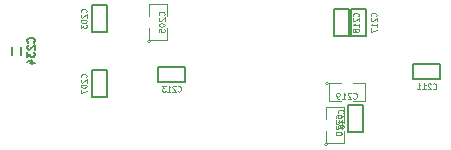
<source format=gbr>
%TF.GenerationSoftware,KiCad,Pcbnew,4.0.7*%
%TF.CreationDate,2018-05-19T04:47:08+02:00*%
%TF.ProjectId,adccore,616463636F72652E6B696361645F7063,rev?*%
%TF.FileFunction,Legend,Bot*%
%FSLAX46Y46*%
G04 Gerber Fmt 4.6, Leading zero omitted, Abs format (unit mm)*
G04 Created by KiCad (PCBNEW 4.0.7) date 05/19/18 04:47:08*
%MOMM*%
%LPD*%
G01*
G04 APERTURE LIST*
%ADD10C,0.100000*%
%ADD11C,0.127000*%
%ADD12C,0.099060*%
%ADD13C,0.150000*%
%ADD14C,0.114300*%
%ADD15C,0.109220*%
G04 APERTURE END LIST*
D10*
D11*
X109865000Y-91357000D02*
X109865000Y-93643000D01*
X109865000Y-93643000D02*
X111135000Y-93643000D01*
X111135000Y-93643000D02*
X111135000Y-91357000D01*
X111135000Y-91357000D02*
X109865000Y-91357000D01*
D12*
X114865000Y-94448500D02*
G75*
G03X114865000Y-94448500I-127000J0D01*
G01*
X114738000Y-93305500D02*
X114738000Y-94321500D01*
X114738000Y-94321500D02*
X116262000Y-94321500D01*
X116262000Y-94321500D02*
X116262000Y-93305500D01*
X116262000Y-92289500D02*
X116262000Y-91273500D01*
X116262000Y-91273500D02*
X114738000Y-91273500D01*
X114738000Y-91273500D02*
X114738000Y-92289500D01*
D11*
X109865000Y-96857000D02*
X109865000Y-99143000D01*
X109865000Y-99143000D02*
X111135000Y-99143000D01*
X111135000Y-99143000D02*
X111135000Y-96857000D01*
X111135000Y-96857000D02*
X109865000Y-96857000D01*
X137095000Y-97635000D02*
X139381000Y-97635000D01*
X139381000Y-97635000D02*
X139381000Y-96365000D01*
X139381000Y-96365000D02*
X137095000Y-96365000D01*
X137095000Y-96365000D02*
X137095000Y-97635000D01*
X115495000Y-97835000D02*
X117781000Y-97835000D01*
X117781000Y-97835000D02*
X117781000Y-96565000D01*
X117781000Y-96565000D02*
X115495000Y-96565000D01*
X115495000Y-96565000D02*
X115495000Y-97835000D01*
X131615000Y-99857000D02*
X131615000Y-102143000D01*
X131615000Y-102143000D02*
X132885000Y-102143000D01*
X132885000Y-102143000D02*
X132885000Y-99857000D01*
X132885000Y-99857000D02*
X131615000Y-99857000D01*
X133135000Y-93968876D02*
X133135000Y-91682876D01*
X133135000Y-91682876D02*
X131865000Y-91682876D01*
X131865000Y-91682876D02*
X131865000Y-93968876D01*
X131865000Y-93968876D02*
X133135000Y-93968876D01*
X131635000Y-93968876D02*
X131635000Y-91682876D01*
X131635000Y-91682876D02*
X130365000Y-91682876D01*
X130365000Y-91682876D02*
X130365000Y-93968876D01*
X130365000Y-93968876D02*
X131635000Y-93968876D01*
D12*
X129928500Y-97988000D02*
G75*
G03X129928500Y-97988000I-127000J0D01*
G01*
X130944500Y-97988000D02*
X129928500Y-97988000D01*
X129928500Y-97988000D02*
X129928500Y-99512000D01*
X129928500Y-99512000D02*
X130944500Y-99512000D01*
X131960500Y-99512000D02*
X132976500Y-99512000D01*
X132976500Y-99512000D02*
X132976500Y-97988000D01*
X132976500Y-97988000D02*
X131960500Y-97988000D01*
X129865000Y-103151000D02*
G75*
G03X129865000Y-103151000I-127000J0D01*
G01*
X129738000Y-102008000D02*
X129738000Y-103024000D01*
X129738000Y-103024000D02*
X131262000Y-103024000D01*
X131262000Y-103024000D02*
X131262000Y-102008000D01*
X131262000Y-100992000D02*
X131262000Y-99976000D01*
X131262000Y-99976000D02*
X129738000Y-99976000D01*
X129738000Y-99976000D02*
X129738000Y-100992000D01*
D13*
X103900000Y-95450000D02*
X103900000Y-95550000D01*
X103100000Y-95450000D02*
X103100000Y-95550000D01*
X103900000Y-94950000D02*
X103900000Y-95450000D01*
X103100000Y-94950000D02*
X103100000Y-95450000D01*
D14*
X109411429Y-91988371D02*
X109435619Y-91966600D01*
X109459810Y-91901286D01*
X109459810Y-91857743D01*
X109435619Y-91792428D01*
X109387238Y-91748886D01*
X109338857Y-91727114D01*
X109242095Y-91705343D01*
X109169524Y-91705343D01*
X109072762Y-91727114D01*
X109024381Y-91748886D01*
X108976000Y-91792428D01*
X108951810Y-91857743D01*
X108951810Y-91901286D01*
X108976000Y-91966600D01*
X109000190Y-91988371D01*
X109000190Y-92162543D02*
X108976000Y-92184314D01*
X108951810Y-92227857D01*
X108951810Y-92336714D01*
X108976000Y-92380257D01*
X109000190Y-92402028D01*
X109048571Y-92423800D01*
X109096952Y-92423800D01*
X109169524Y-92402028D01*
X109459810Y-92140771D01*
X109459810Y-92423800D01*
X108951810Y-92706829D02*
X108951810Y-92750372D01*
X108976000Y-92793915D01*
X109000190Y-92815686D01*
X109048571Y-92837457D01*
X109145333Y-92859229D01*
X109266286Y-92859229D01*
X109363048Y-92837457D01*
X109411429Y-92815686D01*
X109435619Y-92793915D01*
X109459810Y-92750372D01*
X109459810Y-92706829D01*
X109435619Y-92663286D01*
X109411429Y-92641515D01*
X109363048Y-92619743D01*
X109266286Y-92597972D01*
X109145333Y-92597972D01*
X109048571Y-92619743D01*
X109000190Y-92641515D01*
X108976000Y-92663286D01*
X108951810Y-92706829D01*
X108951810Y-93011629D02*
X108951810Y-93294658D01*
X109145333Y-93142258D01*
X109145333Y-93207572D01*
X109169524Y-93251115D01*
X109193714Y-93272886D01*
X109242095Y-93294658D01*
X109363048Y-93294658D01*
X109411429Y-93272886D01*
X109435619Y-93251115D01*
X109459810Y-93207572D01*
X109459810Y-93076944D01*
X109435619Y-93033401D01*
X109411429Y-93011629D01*
D15*
X115996207Y-92237552D02*
X116020035Y-92213724D01*
X116043862Y-92142241D01*
X116043862Y-92094586D01*
X116020035Y-92023103D01*
X115972380Y-91975448D01*
X115924724Y-91951620D01*
X115829414Y-91927792D01*
X115757931Y-91927792D01*
X115662620Y-91951620D01*
X115614965Y-91975448D01*
X115567310Y-92023103D01*
X115543482Y-92094586D01*
X115543482Y-92142241D01*
X115567310Y-92213724D01*
X115591138Y-92237552D01*
X115591138Y-92428172D02*
X115567310Y-92452000D01*
X115543482Y-92499655D01*
X115543482Y-92618793D01*
X115567310Y-92666449D01*
X115591138Y-92690276D01*
X115638793Y-92714104D01*
X115686448Y-92714104D01*
X115757931Y-92690276D01*
X116043862Y-92404345D01*
X116043862Y-92714104D01*
X115543482Y-93023863D02*
X115543482Y-93071518D01*
X115567310Y-93119173D01*
X115591138Y-93143001D01*
X115638793Y-93166828D01*
X115734103Y-93190656D01*
X115853241Y-93190656D01*
X115948552Y-93166828D01*
X115996207Y-93143001D01*
X116020035Y-93119173D01*
X116043862Y-93071518D01*
X116043862Y-93023863D01*
X116020035Y-92976207D01*
X115996207Y-92952380D01*
X115948552Y-92928552D01*
X115853241Y-92904724D01*
X115734103Y-92904724D01*
X115638793Y-92928552D01*
X115591138Y-92952380D01*
X115567310Y-92976207D01*
X115543482Y-93023863D01*
X115543482Y-93643380D02*
X115543482Y-93405104D01*
X115781759Y-93381276D01*
X115757931Y-93405104D01*
X115734103Y-93452759D01*
X115734103Y-93571897D01*
X115757931Y-93619553D01*
X115781759Y-93643380D01*
X115829414Y-93667208D01*
X115948552Y-93667208D01*
X115996207Y-93643380D01*
X116020035Y-93619553D01*
X116043862Y-93571897D01*
X116043862Y-93452759D01*
X116020035Y-93405104D01*
X115996207Y-93381276D01*
D14*
X109411429Y-97488371D02*
X109435619Y-97466600D01*
X109459810Y-97401286D01*
X109459810Y-97357743D01*
X109435619Y-97292428D01*
X109387238Y-97248886D01*
X109338857Y-97227114D01*
X109242095Y-97205343D01*
X109169524Y-97205343D01*
X109072762Y-97227114D01*
X109024381Y-97248886D01*
X108976000Y-97292428D01*
X108951810Y-97357743D01*
X108951810Y-97401286D01*
X108976000Y-97466600D01*
X109000190Y-97488371D01*
X109000190Y-97662543D02*
X108976000Y-97684314D01*
X108951810Y-97727857D01*
X108951810Y-97836714D01*
X108976000Y-97880257D01*
X109000190Y-97902028D01*
X109048571Y-97923800D01*
X109096952Y-97923800D01*
X109169524Y-97902028D01*
X109459810Y-97640771D01*
X109459810Y-97923800D01*
X108951810Y-98206829D02*
X108951810Y-98250372D01*
X108976000Y-98293915D01*
X109000190Y-98315686D01*
X109048571Y-98337457D01*
X109145333Y-98359229D01*
X109266286Y-98359229D01*
X109363048Y-98337457D01*
X109411429Y-98315686D01*
X109435619Y-98293915D01*
X109459810Y-98250372D01*
X109459810Y-98206829D01*
X109435619Y-98163286D01*
X109411429Y-98141515D01*
X109363048Y-98119743D01*
X109266286Y-98097972D01*
X109145333Y-98097972D01*
X109048571Y-98119743D01*
X109000190Y-98141515D01*
X108976000Y-98163286D01*
X108951810Y-98206829D01*
X108951810Y-98511629D02*
X108951810Y-98816429D01*
X109459810Y-98620486D01*
X138749629Y-98451429D02*
X138771400Y-98475619D01*
X138836714Y-98499810D01*
X138880257Y-98499810D01*
X138945572Y-98475619D01*
X138989114Y-98427238D01*
X139010886Y-98378857D01*
X139032657Y-98282095D01*
X139032657Y-98209524D01*
X139010886Y-98112762D01*
X138989114Y-98064381D01*
X138945572Y-98016000D01*
X138880257Y-97991810D01*
X138836714Y-97991810D01*
X138771400Y-98016000D01*
X138749629Y-98040190D01*
X138575457Y-98040190D02*
X138553686Y-98016000D01*
X138510143Y-97991810D01*
X138401286Y-97991810D01*
X138357743Y-98016000D01*
X138335972Y-98040190D01*
X138314200Y-98088571D01*
X138314200Y-98136952D01*
X138335972Y-98209524D01*
X138597229Y-98499810D01*
X138314200Y-98499810D01*
X137878771Y-98499810D02*
X138140028Y-98499810D01*
X138009400Y-98499810D02*
X138009400Y-97991810D01*
X138052943Y-98064381D01*
X138096485Y-98112762D01*
X138140028Y-98136952D01*
X137443342Y-98499810D02*
X137704599Y-98499810D01*
X137573971Y-98499810D02*
X137573971Y-97991810D01*
X137617514Y-98064381D01*
X137661056Y-98112762D01*
X137704599Y-98136952D01*
X117149629Y-98651429D02*
X117171400Y-98675619D01*
X117236714Y-98699810D01*
X117280257Y-98699810D01*
X117345572Y-98675619D01*
X117389114Y-98627238D01*
X117410886Y-98578857D01*
X117432657Y-98482095D01*
X117432657Y-98409524D01*
X117410886Y-98312762D01*
X117389114Y-98264381D01*
X117345572Y-98216000D01*
X117280257Y-98191810D01*
X117236714Y-98191810D01*
X117171400Y-98216000D01*
X117149629Y-98240190D01*
X116975457Y-98240190D02*
X116953686Y-98216000D01*
X116910143Y-98191810D01*
X116801286Y-98191810D01*
X116757743Y-98216000D01*
X116735972Y-98240190D01*
X116714200Y-98288571D01*
X116714200Y-98336952D01*
X116735972Y-98409524D01*
X116997229Y-98699810D01*
X116714200Y-98699810D01*
X116278771Y-98699810D02*
X116540028Y-98699810D01*
X116409400Y-98699810D02*
X116409400Y-98191810D01*
X116452943Y-98264381D01*
X116496485Y-98312762D01*
X116540028Y-98336952D01*
X116126371Y-98191810D02*
X115843342Y-98191810D01*
X115995742Y-98385333D01*
X115930428Y-98385333D01*
X115886885Y-98409524D01*
X115865114Y-98433714D01*
X115843342Y-98482095D01*
X115843342Y-98603048D01*
X115865114Y-98651429D01*
X115886885Y-98675619D01*
X115930428Y-98699810D01*
X116061056Y-98699810D01*
X116104599Y-98675619D01*
X116126371Y-98651429D01*
X131161429Y-100488371D02*
X131185619Y-100466600D01*
X131209810Y-100401286D01*
X131209810Y-100357743D01*
X131185619Y-100292428D01*
X131137238Y-100248886D01*
X131088857Y-100227114D01*
X130992095Y-100205343D01*
X130919524Y-100205343D01*
X130822762Y-100227114D01*
X130774381Y-100248886D01*
X130726000Y-100292428D01*
X130701810Y-100357743D01*
X130701810Y-100401286D01*
X130726000Y-100466600D01*
X130750190Y-100488371D01*
X130750190Y-100662543D02*
X130726000Y-100684314D01*
X130701810Y-100727857D01*
X130701810Y-100836714D01*
X130726000Y-100880257D01*
X130750190Y-100902028D01*
X130798571Y-100923800D01*
X130846952Y-100923800D01*
X130919524Y-100902028D01*
X131209810Y-100640771D01*
X131209810Y-100923800D01*
X131209810Y-101359229D02*
X131209810Y-101097972D01*
X131209810Y-101228600D02*
X130701810Y-101228600D01*
X130774381Y-101185057D01*
X130822762Y-101141515D01*
X130846952Y-101097972D01*
X130701810Y-101751115D02*
X130701810Y-101664029D01*
X130726000Y-101620486D01*
X130750190Y-101598715D01*
X130822762Y-101555172D01*
X130919524Y-101533401D01*
X131113048Y-101533401D01*
X131161429Y-101555172D01*
X131185619Y-101576944D01*
X131209810Y-101620486D01*
X131209810Y-101707572D01*
X131185619Y-101751115D01*
X131161429Y-101772886D01*
X131113048Y-101794658D01*
X130992095Y-101794658D01*
X130943714Y-101772886D01*
X130919524Y-101751115D01*
X130895333Y-101707572D01*
X130895333Y-101620486D01*
X130919524Y-101576944D01*
X130943714Y-101555172D01*
X130992095Y-101533401D01*
X133951429Y-92314247D02*
X133975619Y-92292476D01*
X133999810Y-92227162D01*
X133999810Y-92183619D01*
X133975619Y-92118304D01*
X133927238Y-92074762D01*
X133878857Y-92052990D01*
X133782095Y-92031219D01*
X133709524Y-92031219D01*
X133612762Y-92052990D01*
X133564381Y-92074762D01*
X133516000Y-92118304D01*
X133491810Y-92183619D01*
X133491810Y-92227162D01*
X133516000Y-92292476D01*
X133540190Y-92314247D01*
X133540190Y-92488419D02*
X133516000Y-92510190D01*
X133491810Y-92553733D01*
X133491810Y-92662590D01*
X133516000Y-92706133D01*
X133540190Y-92727904D01*
X133588571Y-92749676D01*
X133636952Y-92749676D01*
X133709524Y-92727904D01*
X133999810Y-92466647D01*
X133999810Y-92749676D01*
X133999810Y-93185105D02*
X133999810Y-92923848D01*
X133999810Y-93054476D02*
X133491810Y-93054476D01*
X133564381Y-93010933D01*
X133612762Y-92967391D01*
X133636952Y-92923848D01*
X133491810Y-93337505D02*
X133491810Y-93642305D01*
X133999810Y-93446362D01*
X132451429Y-92314247D02*
X132475619Y-92292476D01*
X132499810Y-92227162D01*
X132499810Y-92183619D01*
X132475619Y-92118304D01*
X132427238Y-92074762D01*
X132378857Y-92052990D01*
X132282095Y-92031219D01*
X132209524Y-92031219D01*
X132112762Y-92052990D01*
X132064381Y-92074762D01*
X132016000Y-92118304D01*
X131991810Y-92183619D01*
X131991810Y-92227162D01*
X132016000Y-92292476D01*
X132040190Y-92314247D01*
X132040190Y-92488419D02*
X132016000Y-92510190D01*
X131991810Y-92553733D01*
X131991810Y-92662590D01*
X132016000Y-92706133D01*
X132040190Y-92727904D01*
X132088571Y-92749676D01*
X132136952Y-92749676D01*
X132209524Y-92727904D01*
X132499810Y-92466647D01*
X132499810Y-92749676D01*
X132499810Y-93185105D02*
X132499810Y-92923848D01*
X132499810Y-93054476D02*
X131991810Y-93054476D01*
X132064381Y-93010933D01*
X132112762Y-92967391D01*
X132136952Y-92923848D01*
X132209524Y-93446362D02*
X132185333Y-93402820D01*
X132161143Y-93381048D01*
X132112762Y-93359277D01*
X132088571Y-93359277D01*
X132040190Y-93381048D01*
X132016000Y-93402820D01*
X131991810Y-93446362D01*
X131991810Y-93533448D01*
X132016000Y-93576991D01*
X132040190Y-93598762D01*
X132088571Y-93620534D01*
X132112762Y-93620534D01*
X132161143Y-93598762D01*
X132185333Y-93576991D01*
X132209524Y-93533448D01*
X132209524Y-93446362D01*
X132233714Y-93402820D01*
X132257905Y-93381048D01*
X132306286Y-93359277D01*
X132403048Y-93359277D01*
X132451429Y-93381048D01*
X132475619Y-93402820D01*
X132499810Y-93446362D01*
X132499810Y-93533448D01*
X132475619Y-93576991D01*
X132451429Y-93598762D01*
X132403048Y-93620534D01*
X132306286Y-93620534D01*
X132257905Y-93598762D01*
X132233714Y-93576991D01*
X132209524Y-93533448D01*
D15*
X132012448Y-99246207D02*
X132036276Y-99270035D01*
X132107759Y-99293862D01*
X132155414Y-99293862D01*
X132226897Y-99270035D01*
X132274552Y-99222380D01*
X132298380Y-99174724D01*
X132322208Y-99079414D01*
X132322208Y-99007931D01*
X132298380Y-98912620D01*
X132274552Y-98864965D01*
X132226897Y-98817310D01*
X132155414Y-98793482D01*
X132107759Y-98793482D01*
X132036276Y-98817310D01*
X132012448Y-98841138D01*
X131821828Y-98841138D02*
X131798000Y-98817310D01*
X131750345Y-98793482D01*
X131631207Y-98793482D01*
X131583551Y-98817310D01*
X131559724Y-98841138D01*
X131535896Y-98888793D01*
X131535896Y-98936448D01*
X131559724Y-99007931D01*
X131845655Y-99293862D01*
X131535896Y-99293862D01*
X131059344Y-99293862D02*
X131345276Y-99293862D01*
X131202310Y-99293862D02*
X131202310Y-98793482D01*
X131249965Y-98864965D01*
X131297620Y-98912620D01*
X131345276Y-98936448D01*
X130821068Y-99293862D02*
X130725758Y-99293862D01*
X130678103Y-99270035D01*
X130654275Y-99246207D01*
X130606620Y-99174724D01*
X130582792Y-99079414D01*
X130582792Y-98888793D01*
X130606620Y-98841138D01*
X130630447Y-98817310D01*
X130678103Y-98793482D01*
X130773413Y-98793482D01*
X130821068Y-98817310D01*
X130844896Y-98841138D01*
X130868724Y-98888793D01*
X130868724Y-99007931D01*
X130844896Y-99055586D01*
X130821068Y-99079414D01*
X130773413Y-99103241D01*
X130678103Y-99103241D01*
X130630447Y-99079414D01*
X130606620Y-99055586D01*
X130582792Y-99007931D01*
X130996207Y-100940052D02*
X131020035Y-100916224D01*
X131043862Y-100844741D01*
X131043862Y-100797086D01*
X131020035Y-100725603D01*
X130972380Y-100677948D01*
X130924724Y-100654120D01*
X130829414Y-100630292D01*
X130757931Y-100630292D01*
X130662620Y-100654120D01*
X130614965Y-100677948D01*
X130567310Y-100725603D01*
X130543482Y-100797086D01*
X130543482Y-100844741D01*
X130567310Y-100916224D01*
X130591138Y-100940052D01*
X130591138Y-101130672D02*
X130567310Y-101154500D01*
X130543482Y-101202155D01*
X130543482Y-101321293D01*
X130567310Y-101368949D01*
X130591138Y-101392776D01*
X130638793Y-101416604D01*
X130686448Y-101416604D01*
X130757931Y-101392776D01*
X131043862Y-101106845D01*
X131043862Y-101416604D01*
X130591138Y-101607224D02*
X130567310Y-101631052D01*
X130543482Y-101678707D01*
X130543482Y-101797845D01*
X130567310Y-101845501D01*
X130591138Y-101869328D01*
X130638793Y-101893156D01*
X130686448Y-101893156D01*
X130757931Y-101869328D01*
X131043862Y-101583397D01*
X131043862Y-101893156D01*
X130543482Y-102202915D02*
X130543482Y-102250570D01*
X130567310Y-102298225D01*
X130591138Y-102322053D01*
X130638793Y-102345880D01*
X130734103Y-102369708D01*
X130853241Y-102369708D01*
X130948552Y-102345880D01*
X130996207Y-102322053D01*
X131020035Y-102298225D01*
X131043862Y-102250570D01*
X131043862Y-102202915D01*
X131020035Y-102155259D01*
X130996207Y-102131432D01*
X130948552Y-102107604D01*
X130853241Y-102083776D01*
X130734103Y-102083776D01*
X130638793Y-102107604D01*
X130591138Y-102131432D01*
X130567310Y-102155259D01*
X130543482Y-102202915D01*
D13*
X104996786Y-94539405D02*
X105027024Y-94509167D01*
X105057262Y-94418452D01*
X105057262Y-94357976D01*
X105027024Y-94267262D01*
X104966548Y-94206786D01*
X104906071Y-94176547D01*
X104785119Y-94146309D01*
X104694405Y-94146309D01*
X104573452Y-94176547D01*
X104512976Y-94206786D01*
X104452500Y-94267262D01*
X104422262Y-94357976D01*
X104422262Y-94418452D01*
X104452500Y-94509167D01*
X104482738Y-94539405D01*
X104482738Y-94781309D02*
X104452500Y-94811547D01*
X104422262Y-94872024D01*
X104422262Y-95023214D01*
X104452500Y-95083690D01*
X104482738Y-95113928D01*
X104543214Y-95144167D01*
X104603690Y-95144167D01*
X104694405Y-95113928D01*
X105057262Y-94751071D01*
X105057262Y-95144167D01*
X104422262Y-95355833D02*
X104422262Y-95748929D01*
X104664167Y-95537262D01*
X104664167Y-95627976D01*
X104694405Y-95688452D01*
X104724643Y-95718690D01*
X104785119Y-95748929D01*
X104936310Y-95748929D01*
X104996786Y-95718690D01*
X105027024Y-95688452D01*
X105057262Y-95627976D01*
X105057262Y-95446548D01*
X105027024Y-95386071D01*
X104996786Y-95355833D01*
X104633929Y-96293214D02*
X105057262Y-96293214D01*
X104392024Y-96142024D02*
X104845595Y-95990833D01*
X104845595Y-96383929D01*
M02*

</source>
